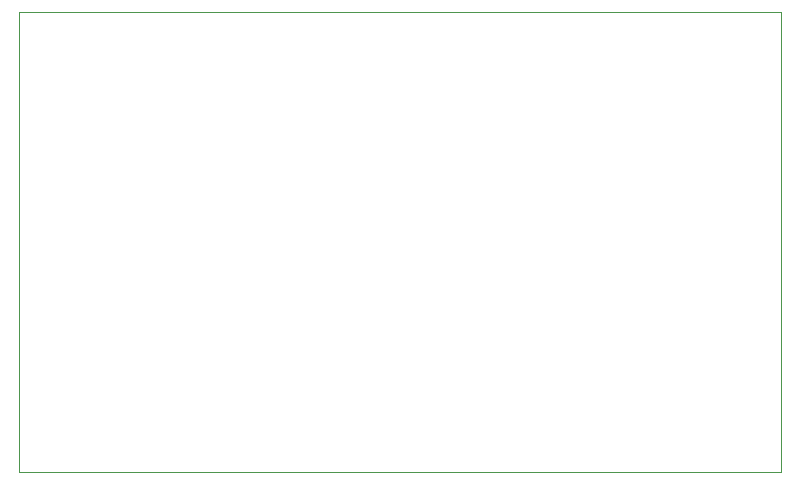
<source format=gbr>
G04 #@! TF.GenerationSoftware,KiCad,Pcbnew,(5.1.4-0-10_14)*
G04 #@! TF.CreationDate,2020-02-03T15:06:25+11:00*
G04 #@! TF.ProjectId,SmartWatch+,536d6172-7457-4617-9463-682b2e6b6963,rev?*
G04 #@! TF.SameCoordinates,Original*
G04 #@! TF.FileFunction,Profile,NP*
%FSLAX46Y46*%
G04 Gerber Fmt 4.6, Leading zero omitted, Abs format (unit mm)*
G04 Created by KiCad (PCBNEW (5.1.4-0-10_14)) date 2020-02-03 15:06:25*
%MOMM*%
%LPD*%
G04 APERTURE LIST*
%ADD10C,0.050000*%
G04 APERTURE END LIST*
D10*
X86233000Y-60960000D02*
X21717000Y-60960000D01*
X86233000Y-21971000D02*
X86233000Y-60960000D01*
X21717000Y-21971000D02*
X86233000Y-21971000D01*
X21717000Y-60960000D02*
X21717000Y-21971000D01*
M02*

</source>
